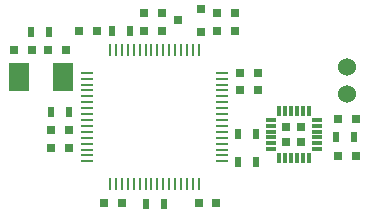
<source format=gbr>
G04 #@! TF.FileFunction,Paste,Top*
%FSLAX46Y46*%
G04 Gerber Fmt 4.6, Leading zero omitted, Abs format (unit mm)*
G04 Created by KiCad (PCBNEW 4.0.2-stable) date 2017年04月21日 星期五 11:17:21*
%MOMM*%
G01*
G04 APERTURE LIST*
%ADD10C,0.100000*%
%ADD11R,0.800000X0.750000*%
%ADD12C,1.524000*%
%ADD13R,0.500000X0.900000*%
%ADD14R,0.800100X0.800100*%
%ADD15R,1.000000X0.250000*%
%ADD16R,0.250000X1.000000*%
%ADD17R,0.300000X0.850000*%
%ADD18R,0.850000X0.300000*%
%ADD19R,0.780000X0.780000*%
%ADD20R,1.700000X2.400000*%
G04 APERTURE END LIST*
D10*
D11*
X172900000Y-80075000D03*
X171400000Y-80075000D03*
X172900000Y-78575000D03*
X171400000Y-78575000D03*
X177550000Y-80075000D03*
X179050000Y-80075000D03*
X177550000Y-78575000D03*
X179050000Y-78575000D03*
X164775000Y-81675000D03*
X163275000Y-81675000D03*
X167400000Y-80075000D03*
X165900000Y-80075000D03*
X160375000Y-81675000D03*
X161875000Y-81675000D03*
X165025000Y-88475000D03*
X163525000Y-88475000D03*
X165025000Y-89975000D03*
X163525000Y-89975000D03*
X169500000Y-94625000D03*
X168000000Y-94625000D03*
X179500000Y-83600000D03*
X181000000Y-83600000D03*
X176000000Y-94625000D03*
X177500000Y-94625000D03*
X189300000Y-90625000D03*
X187800000Y-90625000D03*
X181000000Y-85100000D03*
X179500000Y-85100000D03*
X187800000Y-87525000D03*
X189300000Y-87525000D03*
D12*
X188525000Y-83125000D03*
X188575000Y-85375000D03*
D13*
X171575000Y-94675000D03*
X173075000Y-94675000D03*
X168650000Y-80025000D03*
X170150000Y-80025000D03*
X163325000Y-80125000D03*
X161825000Y-80125000D03*
X163525000Y-86925000D03*
X165025000Y-86925000D03*
X180825000Y-91125000D03*
X179325000Y-91125000D03*
X179325000Y-88800000D03*
X180825000Y-88800000D03*
X187650000Y-89075000D03*
X189150000Y-89075000D03*
D14*
X176223980Y-80125000D03*
X176223980Y-78225000D03*
X174225000Y-79175000D03*
D15*
X166550000Y-83600000D03*
X166550000Y-84100000D03*
X166550000Y-84600000D03*
X166550000Y-85100000D03*
X166550000Y-85600000D03*
X166550000Y-86100000D03*
X166550000Y-86600000D03*
X166550000Y-87100000D03*
X166550000Y-87600000D03*
X166550000Y-88100000D03*
X166550000Y-88600000D03*
X166550000Y-89100000D03*
X166550000Y-89600000D03*
X166550000Y-90100000D03*
X166550000Y-90600000D03*
X166550000Y-91100000D03*
D16*
X168500000Y-93050000D03*
X169000000Y-93050000D03*
X169500000Y-93050000D03*
X170000000Y-93050000D03*
X170500000Y-93050000D03*
X171000000Y-93050000D03*
X171500000Y-93050000D03*
X172000000Y-93050000D03*
X172500000Y-93050000D03*
X173000000Y-93050000D03*
X173500000Y-93050000D03*
X174000000Y-93050000D03*
X174500000Y-93050000D03*
X175000000Y-93050000D03*
X175500000Y-93050000D03*
X176000000Y-93050000D03*
D15*
X177950000Y-91100000D03*
X177950000Y-90600000D03*
X177950000Y-90100000D03*
X177950000Y-89600000D03*
X177950000Y-89100000D03*
X177950000Y-88600000D03*
X177950000Y-88100000D03*
X177950000Y-87600000D03*
X177950000Y-87100000D03*
X177950000Y-86600000D03*
X177950000Y-86100000D03*
X177950000Y-85600000D03*
X177950000Y-85100000D03*
X177950000Y-84600000D03*
X177950000Y-84100000D03*
X177950000Y-83600000D03*
D16*
X176000000Y-81650000D03*
X175500000Y-81650000D03*
X175000000Y-81650000D03*
X174500000Y-81650000D03*
X174000000Y-81650000D03*
X173500000Y-81650000D03*
X173000000Y-81650000D03*
X172500000Y-81650000D03*
X172000000Y-81650000D03*
X171500000Y-81650000D03*
X171000000Y-81650000D03*
X170500000Y-81650000D03*
X170000000Y-81650000D03*
X169500000Y-81650000D03*
X169000000Y-81650000D03*
X168500000Y-81650000D03*
D17*
X182800000Y-90775000D03*
X183300000Y-90775000D03*
X183800000Y-90775000D03*
X184300000Y-90775000D03*
X184800000Y-90775000D03*
X185300000Y-90775000D03*
D18*
X186000000Y-90075000D03*
X186000000Y-89575000D03*
X186000000Y-89075000D03*
X186000000Y-88575000D03*
X186000000Y-88075000D03*
X186000000Y-87575000D03*
D17*
X185300000Y-86875000D03*
X184800000Y-86875000D03*
X184300000Y-86875000D03*
X183800000Y-86875000D03*
X183300000Y-86875000D03*
X182800000Y-86875000D03*
D18*
X182100000Y-87575000D03*
X182100000Y-88075000D03*
X182100000Y-88575000D03*
X182100000Y-89075000D03*
X182100000Y-89575000D03*
X182100000Y-90075000D03*
D19*
X184700000Y-88175000D03*
X183400000Y-88175000D03*
X184700000Y-89475000D03*
X183400000Y-89475000D03*
D20*
X164475000Y-84000000D03*
X160775000Y-84000000D03*
M02*

</source>
